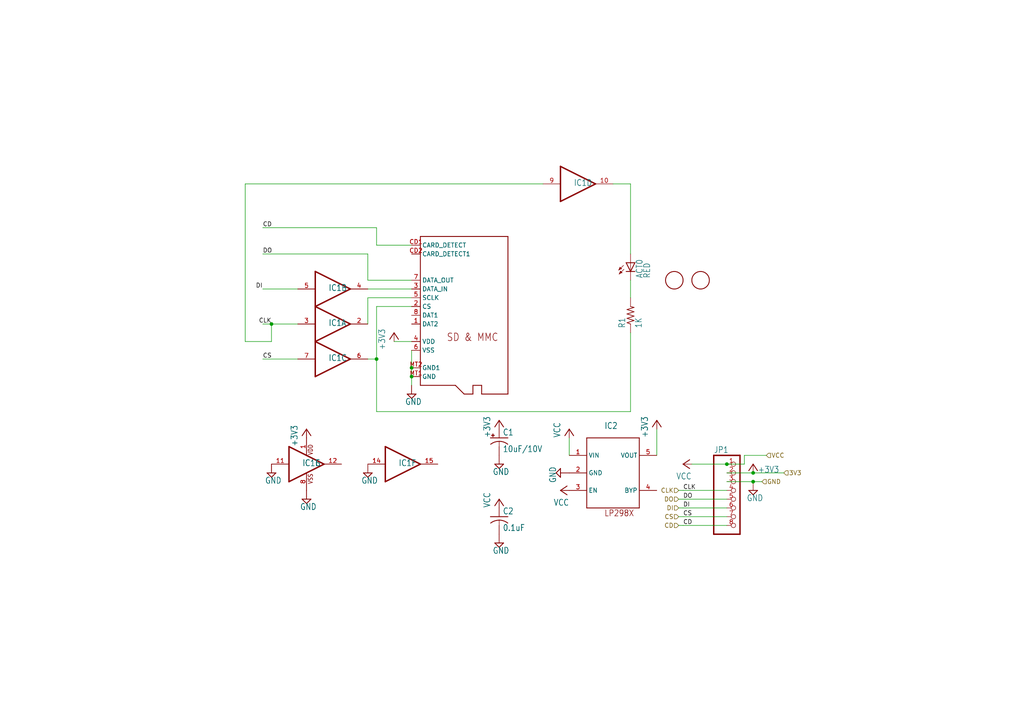
<source format=kicad_sch>
(kicad_sch (version 20230121) (generator eeschema)
  (paper "A4")
  (lib_symbols
    (symbol "microsd-eagle-import:+3V3" (power)
      (property "Value" "+3V3" (at -2.54 -5.08 90))
      (symbol "+3V3_1_0"
        (polyline (pts (xy 0 0) (xy -1.27 -1.905)) (stroke (width 0.254)))
        (polyline (pts (xy 1.27 -1.905) (xy 0 0)) (stroke (width 0.254)))
        (pin power_in line (at 0 -2.54 90) (length 2.54) (name "+3V3") (number "1"))
      )
    )
    (symbol "microsd-eagle-import:4050D"
      (property "Reference" "IC" (at -1.27 -0.635 0))
      (symbol "4050D_1_0"
        (polyline (pts (xy -5.08 -5.08) (xy 5.08 0)) (stroke (width 0.4064)))
        (polyline (pts (xy -5.08 5.08) (xy -5.08 -5.08)) (stroke (width 0.4064)))
        (polyline (pts (xy 5.08 0) (xy -5.08 5.08)) (stroke (width 0.4064)))
        (pin output line (at 10.16 0 180) (length 5.08) (name "O") (number "2"))
        (pin input line (at -10.16 0 0) (length 5.08) (name "I") (number "3"))
      )
      (symbol "4050D_2_0"
        (polyline (pts (xy -5.08 -5.08) (xy 5.08 0)) (stroke (width 0.4064)))
        (polyline (pts (xy -5.08 5.08) (xy -5.08 -5.08)) (stroke (width 0.4064)))
        (polyline (pts (xy 5.08 0) (xy -5.08 5.08)) (stroke (width 0.4064)))
        (pin output line (at 10.16 0 180) (length 5.08) (name "O") (number "4"))
        (pin input line (at -10.16 0 0) (length 5.08) (name "I") (number "5"))
      )
      (symbol "4050D_3_0"
        (polyline (pts (xy -5.08 -5.08) (xy 5.08 0)) (stroke (width 0.4064)))
        (polyline (pts (xy -5.08 5.08) (xy -5.08 -5.08)) (stroke (width 0.4064)))
        (polyline (pts (xy 5.08 0) (xy -5.08 5.08)) (stroke (width 0.4064)))
        (pin output line (at 10.16 0 180) (length 5.08) (name "O") (number "6"))
        (pin input line (at -10.16 0 0) (length 5.08) (name "I") (number "7"))
      )
      (symbol "4050D_4_0"
        (polyline (pts (xy -5.08 -5.08) (xy 5.08 0)) (stroke (width 0.4064)))
        (polyline (pts (xy -5.08 5.08) (xy -5.08 -5.08)) (stroke (width 0.4064)))
        (polyline (pts (xy 5.08 0) (xy -5.08 5.08)) (stroke (width 0.4064)))
        (pin output line (at 10.16 0 180) (length 5.08) (name "O") (number "10"))
        (pin input line (at -10.16 0 0) (length 5.08) (name "I") (number "9"))
      )
      (symbol "4050D_5_0"
        (polyline (pts (xy -5.08 -5.08) (xy 5.08 0)) (stroke (width 0.4064)))
        (polyline (pts (xy -5.08 5.08) (xy -5.08 -5.08)) (stroke (width 0.4064)))
        (polyline (pts (xy 5.08 0) (xy -5.08 5.08)) (stroke (width 0.4064)))
        (pin input line (at -10.16 0 0) (length 5.08) (name "I") (number "11"))
        (pin output line (at 10.16 0 180) (length 5.08) (name "O") (number "12"))
      )
      (symbol "4050D_6_0"
        (polyline (pts (xy -5.08 -5.08) (xy 5.08 0)) (stroke (width 0.4064)))
        (polyline (pts (xy -5.08 5.08) (xy -5.08 -5.08)) (stroke (width 0.4064)))
        (polyline (pts (xy 5.08 0) (xy -5.08 5.08)) (stroke (width 0.4064)))
        (pin input line (at -10.16 0 0) (length 5.08) (name "I") (number "14"))
        (pin output line (at 10.16 0 180) (length 5.08) (name "O") (number "15"))
      )
      (symbol "4050D_7_0"
        (text "VDD" (at 1.905 2.54 900) (effects (font (size 1.27 1.0795)) (justify left bottom)))
        (text "VSS" (at 1.905 -5.842 900) (effects (font (size 1.27 1.0795)) (justify left bottom)))
        (pin power_in line (at 0 7.62 270) (length 5.08) (name "VDD") (number "1"))
        (pin power_in line (at 0 -7.62 90) (length 5.08) (name "VSS") (number "8"))
      )
    )
    (symbol "microsd-eagle-import:C-USC0805K"
      (property "Reference" "C" (at 1.016 0.635 0))
      (symbol "C-USC0805K_1_0"
        (arc (start 0 -1.0161) (mid -1.302 -1.2303) (end -2.4668 -1.8504) (stroke (width 0.254)))
        (polyline (pts (xy -2.54 0) (xy 2.54 0)) (stroke (width 0.254)))
        (polyline (pts (xy 0 -1.016) (xy 0 -2.54)) (stroke (width 0.1524)))
        (arc (start 2.4892 -1.8541) (mid 1.3158 -1.2194) (end 0 -1) (stroke (width 0.254)))
        (pin passive line (at 0 2.54 270) (length 2.54) (name "1") (number "1"))
        (pin passive line (at 0 -5.08 90) (length 2.54) (name "2") (number "2"))
      )
    )
    (symbol "microsd-eagle-import:CPOL-USA/3216-18R"
      (property "Reference" "C" (at 1.016 0.635 0))
      (symbol "CPOL-USA/3216-18R_1_0"
        (rectangle (start -2.253 0.668) (end -1.364 0.795) (fill (type outline)))
        (rectangle (start -1.872 0.287) (end -1.745 1.176) (fill (type outline)))
        (arc (start 0 -1.0161) (mid -1.3021 -1.2303) (end -2.4669 -1.8504) (stroke (width 0.254)))
        (polyline (pts (xy -2.54 0) (xy 2.54 0)) (stroke (width 0.254)))
        (polyline (pts (xy 0 -1.016) (xy 0 -2.54)) (stroke (width 0.1524)))
        (arc (start 2.4892 -1.8541) (mid 1.3158 -1.2194) (end 0 -1) (stroke (width 0.254)))
        (pin passive line (at 0 2.54 270) (length 2.54) (name "+") (number "+"))
        (pin passive line (at 0 -5.08 90) (length 2.54) (name "-") (number "-"))
      )
    )
    (symbol "microsd-eagle-import:FIDUCIAL"
      (symbol "FIDUCIAL_1_0"
        (circle (center 0 0) (radius 2.54) (stroke (width 0.254)))
      )
    )
    (symbol "microsd-eagle-import:GND" (power)
      (property "Value" "GND" (at -1.905 -3.175 0))
      (symbol "GND_1_0"
        (polyline (pts (xy -1.27 0) (xy 1.27 0)) (stroke (width 0.254)))
        (polyline (pts (xy 0 -1.27) (xy -1.27 0)) (stroke (width 0.254)))
        (polyline (pts (xy 1.27 0) (xy 0 -1.27)) (stroke (width 0.254)))
        (pin power_in line (at 0 2.54 270) (length 2.54) (name "GND") (number "1"))
      )
    )
    (symbol "microsd-eagle-import:LEDCHIP-LED0805"
      (property "Reference" "LED" (at 3.556 -4.572 90))
      (symbol "LEDCHIP-LED0805_1_0"
        (polyline (pts (xy -2.032 -0.762) (xy -3.429 -2.159)) (stroke (width 0.1524)))
        (polyline (pts (xy -1.905 -1.905) (xy -3.302 -3.302)) (stroke (width 0.1524)))
        (polyline (pts (xy 0 -2.54) (xy -1.27 -2.54)) (stroke (width 0.254)))
        (polyline (pts (xy 0 -2.54) (xy -1.27 0)) (stroke (width 0.254)))
        (polyline (pts (xy 0 0) (xy -1.27 0)) (stroke (width 0.254)))
        (polyline (pts (xy 0 0) (xy 0 -2.54)) (stroke (width 0.1524)))
        (polyline (pts (xy 1.27 -2.54) (xy 0 -2.54)) (stroke (width 0.254)))
        (polyline (pts (xy 1.27 0) (xy 0 -2.54)) (stroke (width 0.254)))
        (polyline (pts (xy 1.27 0) (xy 0 0)) (stroke (width 0.254)))
        (polyline (pts (xy -3.429 -2.159) (xy -3.048 -1.27) (xy -2.54 -1.778)) (stroke (width 0.1524)) (fill (type outline)))
        (polyline (pts (xy -3.302 -3.302) (xy -2.921 -2.413) (xy -2.413 -2.921)) (stroke (width 0.1524)) (fill (type outline)))
        (pin passive line (at 0 2.54 270) (length 2.54) (name "A") (number "A"))
        (pin passive line (at 0 -5.08 90) (length 2.54) (name "C") (number "C"))
      )
    )
    (symbol "microsd-eagle-import:LP298XS"
      (property "Reference" "IC" (at -12.7 -5.08 90))
      (symbol "LP298XS_1_0"
        (polyline (pts (xy -10.16 -10.16) (xy 10.16 -10.16)) (stroke (width 0.254)))
        (polyline (pts (xy -10.16 5.08) (xy -10.16 -10.16)) (stroke (width 0.254)))
        (polyline (pts (xy 10.16 -10.16) (xy 10.16 5.08)) (stroke (width 0.254)))
        (polyline (pts (xy 10.16 5.08) (xy -10.16 5.08)) (stroke (width 0.254)))
        (text "LP298X" (at 12.7 -5.08 900) (effects (font (size 1.778 1.5113)) (justify left bottom)))
        (pin bidirectional line (at -5.08 -15.24 90) (length 5.08) (name "VIN") (number "1"))
        (pin bidirectional line (at 0 -15.24 90) (length 5.08) (name "GND") (number "2"))
        (pin bidirectional line (at 5.08 -15.24 90) (length 5.08) (name "EN") (number "3"))
        (pin bidirectional line (at 5.08 10.16 270) (length 5.08) (name "BYP") (number "4"))
        (pin bidirectional line (at -5.08 10.16 270) (length 5.08) (name "VOUT") (number "5"))
      )
    )
    (symbol "microsd-eagle-import:MICROSD"
      (symbol "MICROSD_1_0"
        (polyline (pts (xy -15.24 -22.86) (xy -5.08 -22.86)) (stroke (width 0.254)))
        (polyline (pts (xy -15.24 20.32) (xy -15.24 -22.86)) (stroke (width 0.254)))
        (polyline (pts (xy -5.08 -22.86) (xy -2.54 -25.4)) (stroke (width 0.254)))
        (polyline (pts (xy -2.54 -25.4) (xy 0 -25.4)) (stroke (width 0.254)))
        (polyline (pts (xy 0 -25.4) (xy 0 -22.86)) (stroke (width 0.254)))
        (polyline (pts (xy 0 -22.86) (xy 2.54 -22.86)) (stroke (width 0.254)))
        (polyline (pts (xy 2.54 -25.4) (xy 10.16 -25.4)) (stroke (width 0.254)))
        (polyline (pts (xy 2.54 -22.86) (xy 2.54 -25.4)) (stroke (width 0.254)))
        (polyline (pts (xy 10.16 -25.4) (xy 10.16 20.32)) (stroke (width 0.254)))
        (polyline (pts (xy 10.16 20.32) (xy -15.24 20.32)) (stroke (width 0.254)))
        (text "SD & MMC" (at -7.62 -10.16 0) (effects (font (size 2.1844 1.8567)) (justify left bottom)))
        (pin bidirectional line (at -17.78 -5.08 0) (length 2.54) (name "DAT2") (number "1"))
        (pin input line (at -17.78 0 0) (length 2.54) (name "CS") (number "2"))
        (pin input line (at -17.78 5.08 0) (length 2.54) (name "DATA_IN") (number "3"))
        (pin power_in line (at -17.78 -10.16 0) (length 2.54) (name "VDD") (number "4"))
        (pin input line (at -17.78 2.54 0) (length 2.54) (name "SCLK") (number "5"))
        (pin power_in line (at -17.78 -12.7 0) (length 2.54) (name "VSS") (number "6"))
        (pin output line (at -17.78 7.62 0) (length 2.54) (name "DATA_OUT") (number "7"))
        (pin bidirectional line (at -17.78 -2.54 0) (length 2.54) (name "DAT1") (number "8"))
        (pin passive line (at -17.78 17.78 0) (length 2.54) (name "CARD_DETECT") (number "CD1"))
        (pin passive line (at -17.78 15.24 0) (length 2.54) (name "CARD_DETECT1") (number "CD2"))
        (pin power_in line (at -17.78 -20.32 0) (length 2.54) (name "GND") (number "MT1"))
        (pin power_in line (at -17.78 -17.78 0) (length 2.54) (name "GND1") (number "MT2"))
      )
    )
    (symbol "microsd-eagle-import:PINHD-1X8BIG"
      (property "Reference" "JP" (at -6.35 10.795 0))
      (symbol "PINHD-1X8BIG_1_0"
        (polyline (pts (xy -6.35 -12.7) (xy 1.27 -12.7)) (stroke (width 0.4064)))
        (polyline (pts (xy -6.35 10.16) (xy -6.35 -12.7)) (stroke (width 0.4064)))
        (polyline (pts (xy 1.27 -12.7) (xy 1.27 10.16)) (stroke (width 0.4064)))
        (polyline (pts (xy 1.27 10.16) (xy -6.35 10.16)) (stroke (width 0.4064)))
        (pin passive inverted (at -2.54 7.62 0) (length 2.54) (name "1") (number "1"))
        (pin passive inverted (at -2.54 5.08 0) (length 2.54) (name "2") (number "2"))
        (pin passive inverted (at -2.54 2.54 0) (length 2.54) (name "3") (number "3"))
        (pin passive inverted (at -2.54 0 0) (length 2.54) (name "4") (number "4"))
        (pin passive inverted (at -2.54 -2.54 0) (length 2.54) (name "5") (number "5"))
        (pin passive inverted (at -2.54 -5.08 0) (length 2.54) (name "6") (number "6"))
        (pin passive inverted (at -2.54 -7.62 0) (length 2.54) (name "7") (number "7"))
        (pin passive inverted (at -2.54 -10.16 0) (length 2.54) (name "8") (number "8"))
      )
    )
    (symbol "microsd-eagle-import:R-US_R0805"
      (property "Reference" "R" (at -3.81 1.4986 0))
      (symbol "R-US_R0805_1_0"
        (polyline (pts (xy -2.54 0) (xy -2.159 1.016)) (stroke (width 0.2032)))
        (polyline (pts (xy -2.159 1.016) (xy -1.524 -1.016)) (stroke (width 0.2032)))
        (polyline (pts (xy -1.524 -1.016) (xy -0.889 1.016)) (stroke (width 0.2032)))
        (polyline (pts (xy -0.889 1.016) (xy -0.254 -1.016)) (stroke (width 0.2032)))
        (polyline (pts (xy -0.254 -1.016) (xy 0.381 1.016)) (stroke (width 0.2032)))
        (polyline (pts (xy 0.381 1.016) (xy 1.016 -1.016)) (stroke (width 0.2032)))
        (polyline (pts (xy 1.016 -1.016) (xy 1.651 1.016)) (stroke (width 0.2032)))
        (polyline (pts (xy 1.651 1.016) (xy 2.286 -1.016)) (stroke (width 0.2032)))
        (polyline (pts (xy 2.286 -1.016) (xy 2.54 0)) (stroke (width 0.2032)))
        (pin passive line (at -5.08 0 0) (length 2.54) (name "1") (number "1"))
        (pin passive line (at 5.08 0 180) (length 2.54) (name "2") (number "2"))
      )
    )
    (symbol "microsd-eagle-import:VCC" (power)
      (property "Value" "VCC" (at -2.54 -2.54 90))
      (symbol "VCC_1_0"
        (polyline (pts (xy 0 0) (xy -1.27 -1.905)) (stroke (width 0.254)))
        (polyline (pts (xy 1.27 -1.905) (xy 0 0)) (stroke (width 0.254)))
        (pin power_in line (at 0 -2.54 90) (length 2.54) (name "VCC") (number "1"))
      )
    )
  )
  (junction (at 119.38 106.68))
  (junction (at 210.82 134.62))
  (junction (at 109.22 104.14))
  (junction (at 119.38 109.22))
  (junction (at 218.44 137.16))
  (junction (at 78.74 93.98))
  (junction (at 218.44 139.7))
  (wire (pts (xy 119.38 106.68) (xy 119.38 109.22)) (stroke (width 0.1524)))
  (wire (pts (xy 222.25 132.08) (xy 215.9 132.08)))
  (wire (pts (xy 196.85 142.24) (xy 198.12 142.24)))
  (wire (pts (xy 218.44 139.7) (xy 220.98 139.7)))
  (wire (pts (xy 109.22 104.14) (xy 109.22 119.38)) (stroke (width 0.1524)))
  (wire (pts (xy 86.36 83.82) (xy 76.2 83.82)) (stroke (width 0.1524)))
  (wire (pts (xy 78.74 93.98) (xy 76.2 93.98)) (stroke (width 0.1524)))
  (wire (pts (xy 119.38 101.6) (xy 119.38 106.68)) (stroke (width 0.1524)))
  (wire (pts (xy 119.38 71.12) (xy 109.22 71.12)) (stroke (width 0.1524)))
  (wire (pts (xy 210.82 149.86) (xy 198.12 149.86)) (stroke (width 0.1524)))
  (wire (pts (xy 182.88 53.34) (xy 182.88 73.66)) (stroke (width 0.1524)))
  (wire (pts (xy 157.48 53.34) (xy 71.12 53.34)) (stroke (width 0.1524)))
  (wire (pts (xy 200.66 134.62) (xy 210.82 134.62)) (stroke (width 0.1524)))
  (wire (pts (xy 165.1 132.08) (xy 165.1 127)) (stroke (width 0.1524)))
  (wire (pts (xy 106.68 83.82) (xy 119.38 83.82)) (stroke (width 0.1524)))
  (wire (pts (xy 76.2 73.66) (xy 106.68 73.66)) (stroke (width 0.1524)))
  (wire (pts (xy 78.74 99.06) (xy 78.74 93.98)) (stroke (width 0.1524)))
  (wire (pts (xy 109.22 104.14) (xy 109.22 88.9)) (stroke (width 0.1524)))
  (wire (pts (xy 119.38 109.22) (xy 119.38 111.76)) (stroke (width 0.1524)))
  (wire (pts (xy 196.85 152.4) (xy 198.12 152.4)))
  (wire (pts (xy 177.8 53.34) (xy 182.88 53.34)) (stroke (width 0.1524)))
  (wire (pts (xy 215.9 132.08) (xy 215.9 134.62)))
  (wire (pts (xy 210.82 152.4) (xy 198.12 152.4)) (stroke (width 0.1524)))
  (wire (pts (xy 109.22 88.9) (xy 119.38 88.9)) (stroke (width 0.1524)))
  (wire (pts (xy 215.9 134.62) (xy 210.82 134.62)))
  (wire (pts (xy 71.12 53.34) (xy 71.12 99.06)) (stroke (width 0.1524)))
  (wire (pts (xy 210.82 142.24) (xy 198.12 142.24)) (stroke (width 0.1524)))
  (wire (pts (xy 182.88 119.38) (xy 182.88 96.52)) (stroke (width 0.1524)))
  (wire (pts (xy 114.3 99.06) (xy 119.38 99.06)) (stroke (width 0.1524)))
  (wire (pts (xy 71.12 99.06) (xy 78.74 99.06)) (stroke (width 0.1524)))
  (wire (pts (xy 196.85 147.32) (xy 198.12 147.32)))
  (wire (pts (xy 109.22 119.38) (xy 182.88 119.38)) (stroke (width 0.1524)))
  (wire (pts (xy 106.68 93.98) (xy 106.68 86.36)) (stroke (width 0.1524)))
  (wire (pts (xy 218.44 139.7) (xy 210.82 139.7)) (stroke (width 0.1524)))
  (wire (pts (xy 109.22 71.12) (xy 109.22 66.04)) (stroke (width 0.1524)))
  (wire (pts (xy 182.88 81.28) (xy 182.88 86.36)) (stroke (width 0.1524)))
  (wire (pts (xy 196.85 144.78) (xy 198.12 144.78)))
  (wire (pts (xy 210.82 144.78) (xy 198.12 144.78)) (stroke (width 0.1524)))
  (wire (pts (xy 106.68 86.36) (xy 119.38 86.36)) (stroke (width 0.1524)))
  (wire (pts (xy 119.38 81.28) (xy 106.68 81.28)) (stroke (width 0.1524)))
  (wire (pts (xy 218.44 137.16) (xy 227.33 137.16)))
  (wire (pts (xy 106.68 81.28) (xy 106.68 73.66)) (stroke (width 0.1524)))
  (wire (pts (xy 218.44 137.16) (xy 210.82 137.16)) (stroke (width 0.1524)))
  (wire (pts (xy 106.68 104.14) (xy 109.22 104.14)) (stroke (width 0.1524)))
  (wire (pts (xy 86.36 93.98) (xy 78.74 93.98)) (stroke (width 0.1524)))
  (wire (pts (xy 109.22 66.04) (xy 76.2 66.04)) (stroke (width 0.1524)))
  (wire (pts (xy 196.85 149.86) (xy 198.12 149.86)))
  (wire (pts (xy 210.82 147.32) (xy 198.12 147.32)) (stroke (width 0.1524)))
  (wire (pts (xy 86.36 104.14) (xy 76.2 104.14)) (stroke (width 0.1524)))
  (wire (pts (xy 190.5 124.46) (xy 190.5 132.08)) (stroke (width 0.1524)))
  (label "DO" (at 76.2 73.66 0) (effects (font (size 1.2446 1.2446))))
  (label "DI" (at 198.12 147.32 0) (effects (font (size 1.2446 1.2446))))
  (label "CD" (at 198.12 152.4 0) (effects (font (size 1.2446 1.2446))))
  (label "DI" (at 76.2 83.82 180) (effects (font (size 1.2446 1.2446))))
  (label "CLK" (at 198.12 142.24 0) (effects (font (size 1.2446 1.2446))))
  (label "DO" (at 198.12 144.78 0) (effects (font (size 1.2446 1.2446))))
  (label "CS" (at 198.12 149.86 0) (effects (font (size 1.2446 1.2446))))
  (label "CLK" (at 78.74 93.98 180) (effects (font (size 1.2446 1.2446))))
  (label "CS" (at 76.2 104.14 0) (effects (font (size 1.2446 1.2446))))
  (label "CD" (at 76.2 66.04 0) (effects (font (size 1.2446 1.2446))))
  (hierarchical_label "DI" (shape input) (at 196.85 147.32 180))
  (hierarchical_label "GND" (shape input) (at 220.98 139.7 0))
  (hierarchical_label "CLK" (shape input) (at 196.85 142.24 180))
  (hierarchical_label "VCC" (shape input) (at 222.25 132.08 0))
  (hierarchical_label "CD" (shape input) (at 196.85 152.4 180))
  (hierarchical_label "DO" (shape input) (at 196.85 144.78 180))
  (hierarchical_label "3V3" (shape input) (at 227.33 137.16 0))
  (hierarchical_label "CS" (shape input) (at 196.85 149.86 180))
  (symbol (lib_id "microsd-eagle-import:GND") (at 119.38 114.3 0) (unit 1)
    (property "Reference" "#SUPPLY2" (effects hide))
    (property "Value" "GND" (at 117.475 117.475 0) (effects (font (size 1.778 1.5113)) (justify left bottom)))
  )
  (symbol (lib_id "microsd-eagle-import:MICROSD") (at 137.16 88.9 0) (unit 1)
    (property "Reference" "X1" (effects hide))
    (property "Value" "MICROSD" (effects hide))
    (property "Footprint" "microsd:MICROSD" (effects hide))
  )
  (symbol (lib_id "microsd-eagle-import:GND") (at 218.44 142.24 0) (unit 1)
    (property "Reference" "#SUPPLY6" (effects hide))
    (property "Value" "GND" (at 216.535 145.415 0) (effects (font (size 1.778 1.5113)) (justify left bottom)))
  )
  (symbol (lib_id "microsd-eagle-import:GND") (at 78.74 137.16 0) (unit 1)
    (property "Reference" "#SUPPLY8" (effects hide))
    (property "Value" "GND" (at 76.835 140.335 0) (effects (font (size 1.778 1.5113)) (justify left bottom)))
  )
  (symbol (lib_id "microsd-eagle-import:GND") (at 106.68 137.16 0) (unit 1)
    (property "Reference" "#SUPPLY9" (effects hide))
    (property "Value" "GND" (at 104.775 140.335 0) (effects (font (size 1.778 1.5113)) (justify left bottom)))
  )
  (symbol (lib_id "microsd-eagle-import:VCC") (at 162.56 142.24 90) (unit 1)
    (property "Reference" "#P+3" (effects hide))
    (property "Value" "VCC" (at 165.1 144.78 90) (effects (font (size 1.778 1.5113)) (justify left bottom)))
  )
  (symbol (lib_id "microsd-eagle-import:4050D") (at 96.52 83.82 0) (unit 2)
    (property "Reference" "IC1" (at 95.25 84.455 0) (effects (font (size 1.778 1.5113)) (justify left bottom)))
    (property "Value" "4050D" (effects hide))
    (property "Footprint" "microsd:SO16" (effects hide))
  )
  (symbol (lib_id "microsd-eagle-import:4050D") (at 167.64 53.34 0) (unit 4)
    (property "Reference" "IC1" (at 166.37 53.975 0) (effects (font (size 1.778 1.5113)) (justify left bottom)))
    (property "Value" "4050D" (effects hide))
    (property "Footprint" "microsd:SO16" (effects hide))
  )
  (symbol (lib_id "microsd-eagle-import:+3V3") (at 190.5 121.92 0) (unit 1)
    (property "Reference" "#+3V1" (effects hide))
    (property "Value" "+3V3" (at 187.96 127 90) (effects (font (size 1.778 1.5113)) (justify left bottom)))
  )
  (symbol (lib_id "microsd-eagle-import:4050D") (at 116.84 134.62 0) (unit 6)
    (property "Reference" "IC1" (at 115.57 135.255 0) (effects (font (size 1.778 1.5113)) (justify left bottom)))
    (property "Value" "4050D" (effects hide))
    (property "Footprint" "microsd:SO16" (effects hide))
  )
  (symbol (lib_id "microsd-eagle-import:+3V3") (at 144.78 121.92 0) (unit 1)
    (property "Reference" "#+3V4" (effects hide))
    (property "Value" "+3V3" (at 142.24 127 90) (effects (font (size 1.778 1.5113)) (justify left bottom)))
  )
  (symbol (lib_id "microsd-eagle-import:GND") (at 144.78 157.48 0) (unit 1)
    (property "Reference" "#SUPPLY4" (effects hide))
    (property "Value" "GND" (at 142.875 160.655 0) (effects (font (size 1.778 1.5113)) (justify left bottom)))
  )
  (symbol (lib_id "microsd-eagle-import:+3V3") (at 114.3 96.52 0) (unit 1)
    (property "Reference" "#+3V2" (effects hide))
    (property "Value" "+3V3" (at 111.76 101.6 90) (effects (font (size 1.778 1.5113)) (justify left bottom)))
  )
  (symbol (lib_id "microsd-eagle-import:GND") (at 88.9 144.78 0) (unit 1)
    (property "Reference" "#SUPPLY3" (effects hide))
    (property "Value" "GND" (at 86.995 147.955 0) (effects (font (size 1.778 1.5113)) (justify left bottom)))
  )
  (symbol (lib_id "microsd-eagle-import:PINHD-1X8BIG") (at 213.36 142.24 0) (unit 1)
    (property "Reference" "JP1" (at 207.01 131.445 0) (effects (font (size 1.778 1.5113)) (justify left bottom)))
    (property "Value" "PINHD-1X8BIG" (effects hide))
    (property "Footprint" "microsd:1X08-BIG" (effects hide))
  )
  (symbol (lib_id "microsd-eagle-import:GND") (at 162.56 137.16 270) (unit 1)
    (property "Reference" "#SUPPLY1" (effects hide))
    (property "Value" "GND" (at 159.385 135.255 0) (effects (font (size 1.778 1.5113)) (justify left bottom)))
  )
  (symbol (lib_id "microsd-eagle-import:4050D") (at 96.52 104.14 0) (unit 3)
    (property "Reference" "IC1" (at 95.25 104.775 0) (effects (font (size 1.778 1.5113)) (justify left bottom)))
    (property "Value" "4050D" (effects hide))
    (property "Footprint" "microsd:SO16" (effects hide))
  )
  (symbol (lib_id "microsd-eagle-import:FIDUCIAL") (at 203.2 81.28 0) (unit 1)
    (property "Reference" "U$1" (effects hide))
    (property "Value" "FIDUCIAL" (effects hide))
    (property "Footprint" "microsd:FIDUCIAL_1MM" (effects hide))
  )
  (symbol (lib_id "microsd-eagle-import:CPOL-USA/3216-18R") (at 144.78 127 0) (unit 1)
    (property "Reference" "C1" (at 145.796 126.365 0) (effects (font (size 1.778 1.5113)) (justify left bottom)))
    (property "Value" "10uF/10V" (at 145.796 131.191 0) (effects (font (size 1.778 1.5113)) (justify left bottom)))
    (property "Footprint" "microsd:A_3216-18R" (effects hide))
  )
  (symbol (lib_id "microsd-eagle-import:VCC") (at 165.1 124.46 0) (unit 1)
    (property "Reference" "#P+2" (effects hide))
    (property "Value" "VCC" (at 162.56 127 90) (effects (font (size 1.778 1.5113)) (justify left bottom)))
  )
  (symbol (lib_id "microsd-eagle-import:LP298XS") (at 180.34 137.16 270) (unit 1)
    (property "Reference" "IC2" (at 175.26 124.46 90) (effects (font (size 1.778 1.5113)) (justify left bottom)))
    (property "Value" "LP298XS" (effects hide))
    (property "Footprint" "microsd:SOT23-5L" (effects hide))
  )
  (symbol (lib_id "microsd-eagle-import:FIDUCIAL") (at 195.58 81.28 0) (unit 1)
    (property "Reference" "U$2" (effects hide))
    (property "Value" "FIDUCIAL" (effects hide))
    (property "Footprint" "microsd:FIDUCIAL_1MM" (effects hide))
  )
  (symbol (lib_id "microsd-eagle-import:VCC") (at 198.12 134.62 90) (unit 1)
    (property "Reference" "#P+4" (effects hide))
    (property "Value" "VCC" (at 200.66 137.16 90) (effects (font (size 1.778 1.5113)) (justify left bottom)))
  )
  (symbol (lib_id "microsd-eagle-import:VCC") (at 144.78 144.78 0) (unit 1)
    (property "Reference" "#P+1" (effects hide))
    (property "Value" "VCC" (at 142.24 147.32 90) (effects (font (size 1.778 1.5113)) (justify left bottom)))
  )
  (symbol (lib_id "microsd-eagle-import:+3V3") (at 218.44 134.62 0) (mirror y) (unit 1)
    (property "Reference" "#+3V5" (effects hide))
    (property "Value" "+3V3" (at 226.06 137.16 0) (effects (font (size 1.778 1.5113)) (justify left bottom)))
  )
  (symbol (lib_id "microsd-eagle-import:GND") (at 144.78 134.62 0) (unit 1)
    (property "Reference" "#SUPPLY5" (effects hide))
    (property "Value" "GND" (at 142.875 137.795 0) (effects (font (size 1.778 1.5113)) (justify left bottom)))
  )
  (symbol (lib_id "microsd-eagle-import:R-US_R0805") (at 182.88 91.44 90) (unit 1)
    (property "Reference" "R1" (at 181.3814 95.25 0) (effects (font (size 1.778 1.5113)) (justify left bottom)))
    (property "Value" "1K" (at 186.182 95.25 0) (effects (font (size 1.778 1.5113)) (justify left bottom)))
    (property "Footprint" "microsd:R0805" (effects hide))
  )
  (symbol (lib_id "microsd-eagle-import:4050D") (at 96.52 93.98 0) (unit 1)
    (property "Reference" "IC1" (at 95.25 94.615 0) (effects (font (size 1.778 1.5113)) (justify left bottom)))
    (property "Value" "4050D" (effects hide))
    (property "Footprint" "microsd:SO16" (effects hide))
  )
  (symbol (lib_id "microsd-eagle-import:4050D") (at 88.9 134.62 0) (unit 5)
    (property "Reference" "IC1" (at 87.63 135.255 0) (effects (font (size 1.778 1.5113)) (justify left bottom)))
    (property "Value" "4050D" (effects hide))
    (property "Footprint" "microsd:SO16" (effects hide))
  )
  (symbol (lib_id "microsd-eagle-import:C-USC0805K") (at 144.78 149.86 0) (unit 1)
    (property "Reference" "C2" (at 145.796 149.225 0) (effects (font (size 1.778 1.5113)) (justify left bottom)))
    (property "Value" "0.1uF" (at 145.796 154.051 0) (effects (font (size 1.778 1.5113)) (justify left bottom)))
    (property "Footprint" "microsd:C0805K" (effects hide))
  )
  (symbol (lib_id "microsd-eagle-import:LEDCHIP-LED0805") (at 182.88 76.2 0) (unit 1)
    (property "Reference" "ACT0" (at 186.436 80.772 90) (effects (font (size 1.778 1.5113)) (justify left bottom)))
    (property "Value" "RED" (at 188.595 80.772 90) (effects (font (size 1.778 1.5113)) (justify left bottom)))
    (property "Footprint" "microsd:CHIP-LED0805" (effects hide))
  )
  (symbol (lib_id "microsd-eagle-import:+3V3") (at 88.9 124.46 0) (unit 1)
    (property "Reference" "#+3V3" (effects hide))
    (property "Value" "+3V3" (at 86.36 129.54 90) (effects (font (size 1.778 1.5113)) (justify left bottom)))
  )
  (symbol (lib_id "microsd-eagle-import:4050D") (at 88.9 134.62 0) (unit 7)
    (property "Reference" "IC1" (at 87.63 135.255 0) (effects (font (size 1.778 1.5113)) (justify left bottom)))
    (property "Value" "4050D" (effects hide))
    (property "Footprint" "microsd:SO16" (effects hide))
  )
)
</source>
